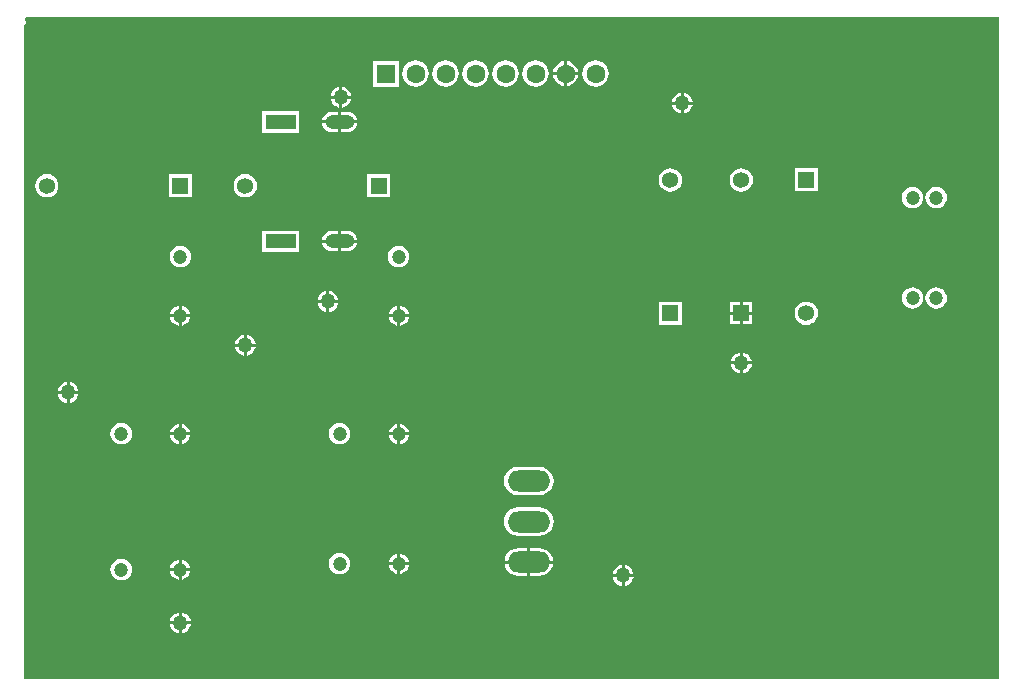
<source format=gbl>
G04*
G04 #@! TF.GenerationSoftware,Altium Limited,Altium Designer,20.2.5 (213)*
G04*
G04 Layer_Physical_Order=2*
G04 Layer_Color=16711680*
%FSLAX25Y25*%
%MOIN*%
G70*
G04*
G04 #@! TF.SameCoordinates,C82EAABF-E96C-4361-AD7C-52AFF524FF79*
G04*
G04*
G04 #@! TF.FilePolarity,Positive*
G04*
G01*
G75*
%ADD17C,0.05362*%
%ADD18R,0.05362X0.05362*%
%ADD23R,0.05362X0.05362*%
%ADD25R,0.09843X0.04724*%
%ADD26O,0.09843X0.04724*%
%ADD27R,0.06300X0.06300*%
%ADD28C,0.06300*%
%ADD29O,0.14173X0.07087*%
%ADD30C,0.04724*%
%ADD31C,0.05000*%
G36*
X387008Y85433D02*
X62205D01*
Y303543D01*
X62598Y303937D01*
X62268Y305918D01*
X62591Y306299D01*
X387008D01*
Y85433D01*
D02*
G37*
%LPC*%
G36*
X243098Y291522D02*
Y287902D01*
X246718D01*
X246642Y288485D01*
X246223Y289494D01*
X245558Y290361D01*
X244691Y291027D01*
X243682Y291445D01*
X243098Y291522D01*
D02*
G37*
G36*
X242098D02*
X241515Y291445D01*
X240506Y291027D01*
X239639Y290361D01*
X238973Y289494D01*
X238555Y288485D01*
X238478Y287902D01*
X242098D01*
Y291522D01*
D02*
G37*
G36*
X246718Y286902D02*
X243098D01*
Y283282D01*
X243682Y283358D01*
X244691Y283776D01*
X245558Y284442D01*
X246223Y285309D01*
X246642Y286318D01*
X246718Y286902D01*
D02*
G37*
G36*
X242098D02*
X238478D01*
X238555Y286318D01*
X238973Y285309D01*
X239639Y284442D01*
X240506Y283776D01*
X241515Y283358D01*
X242098Y283282D01*
Y286902D01*
D02*
G37*
G36*
X186930Y291733D02*
X178267D01*
Y283070D01*
X186930D01*
Y291733D01*
D02*
G37*
G36*
X252598Y291770D02*
X251468Y291621D01*
X250414Y291185D01*
X249510Y290491D01*
X248815Y289586D01*
X248379Y288532D01*
X248230Y287402D01*
X248379Y286271D01*
X248815Y285217D01*
X249510Y284313D01*
X250414Y283618D01*
X251468Y283182D01*
X252598Y283033D01*
X253729Y283182D01*
X254783Y283618D01*
X255687Y284313D01*
X256382Y285217D01*
X256818Y286271D01*
X256967Y287402D01*
X256818Y288532D01*
X256382Y289586D01*
X255687Y290491D01*
X254783Y291185D01*
X253729Y291621D01*
X252598Y291770D01*
D02*
G37*
G36*
X232598D02*
X231468Y291621D01*
X230414Y291185D01*
X229509Y290491D01*
X228815Y289586D01*
X228379Y288532D01*
X228230Y287402D01*
X228379Y286271D01*
X228815Y285217D01*
X229509Y284313D01*
X230414Y283618D01*
X231468Y283182D01*
X232598Y283033D01*
X233729Y283182D01*
X234783Y283618D01*
X235687Y284313D01*
X236382Y285217D01*
X236818Y286271D01*
X236967Y287402D01*
X236818Y288532D01*
X236382Y289586D01*
X235687Y290491D01*
X234783Y291185D01*
X233729Y291621D01*
X232598Y291770D01*
D02*
G37*
G36*
X222598D02*
X221468Y291621D01*
X220414Y291185D01*
X219510Y290491D01*
X218815Y289586D01*
X218379Y288532D01*
X218230Y287402D01*
X218379Y286271D01*
X218815Y285217D01*
X219510Y284313D01*
X220414Y283618D01*
X221468Y283182D01*
X222598Y283033D01*
X223729Y283182D01*
X224783Y283618D01*
X225687Y284313D01*
X226382Y285217D01*
X226818Y286271D01*
X226967Y287402D01*
X226818Y288532D01*
X226382Y289586D01*
X225687Y290491D01*
X224783Y291185D01*
X223729Y291621D01*
X222598Y291770D01*
D02*
G37*
G36*
X212598D02*
X211468Y291621D01*
X210414Y291185D01*
X209509Y290491D01*
X208815Y289586D01*
X208379Y288532D01*
X208230Y287402D01*
X208379Y286271D01*
X208815Y285217D01*
X209509Y284313D01*
X210414Y283618D01*
X211468Y283182D01*
X212598Y283033D01*
X213729Y283182D01*
X214783Y283618D01*
X215687Y284313D01*
X216382Y285217D01*
X216818Y286271D01*
X216967Y287402D01*
X216818Y288532D01*
X216382Y289586D01*
X215687Y290491D01*
X214783Y291185D01*
X213729Y291621D01*
X212598Y291770D01*
D02*
G37*
G36*
X202598D02*
X201468Y291621D01*
X200414Y291185D01*
X199510Y290491D01*
X198815Y289586D01*
X198379Y288532D01*
X198230Y287402D01*
X198379Y286271D01*
X198815Y285217D01*
X199510Y284313D01*
X200414Y283618D01*
X201468Y283182D01*
X202598Y283033D01*
X203729Y283182D01*
X204783Y283618D01*
X205687Y284313D01*
X206382Y285217D01*
X206818Y286271D01*
X206967Y287402D01*
X206818Y288532D01*
X206382Y289586D01*
X205687Y290491D01*
X204783Y291185D01*
X203729Y291621D01*
X202598Y291770D01*
D02*
G37*
G36*
X192598D02*
X191468Y291621D01*
X190414Y291185D01*
X189509Y290491D01*
X188815Y289586D01*
X188379Y288532D01*
X188230Y287402D01*
X188379Y286271D01*
X188815Y285217D01*
X189509Y284313D01*
X190414Y283618D01*
X191468Y283182D01*
X192598Y283033D01*
X193729Y283182D01*
X194783Y283618D01*
X195687Y284313D01*
X196382Y285217D01*
X196818Y286271D01*
X196967Y287402D01*
X196818Y288532D01*
X196382Y289586D01*
X195687Y290491D01*
X194783Y291185D01*
X193729Y291621D01*
X192598Y291770D01*
D02*
G37*
G36*
X168217Y282992D02*
Y280028D01*
X171181D01*
X171126Y280441D01*
X170774Y281293D01*
X170213Y282024D01*
X169482Y282585D01*
X168630Y282938D01*
X168217Y282992D01*
D02*
G37*
G36*
X167217D02*
X166803Y282938D01*
X165951Y282585D01*
X165220Y282024D01*
X164659Y281293D01*
X164307Y280441D01*
X164252Y280028D01*
X167217D01*
Y282992D01*
D02*
G37*
G36*
X281996Y281023D02*
Y278059D01*
X284960D01*
X284906Y278473D01*
X284553Y279324D01*
X283992Y280055D01*
X283261Y280616D01*
X282410Y280969D01*
X281996Y281023D01*
D02*
G37*
G36*
X280996D02*
X280582Y280969D01*
X279731Y280616D01*
X279000Y280055D01*
X278439Y279324D01*
X278086Y278473D01*
X278032Y278059D01*
X280996D01*
Y281023D01*
D02*
G37*
G36*
X171181Y279028D02*
X168217D01*
Y276063D01*
X168630Y276118D01*
X169482Y276470D01*
X170213Y277031D01*
X170774Y277763D01*
X171126Y278614D01*
X171181Y279028D01*
D02*
G37*
G36*
X167217D02*
X164252D01*
X164307Y278614D01*
X164659Y277763D01*
X165220Y277031D01*
X165951Y276470D01*
X166803Y276118D01*
X167217Y276063D01*
Y279028D01*
D02*
G37*
G36*
X284960Y277059D02*
X281996D01*
Y274095D01*
X282410Y274149D01*
X283261Y274502D01*
X283992Y275063D01*
X284553Y275794D01*
X284906Y276645D01*
X284960Y277059D01*
D02*
G37*
G36*
X280996D02*
X278032D01*
X278086Y276645D01*
X278439Y275794D01*
X279000Y275063D01*
X279731Y274502D01*
X280582Y274149D01*
X280996Y274095D01*
Y277059D01*
D02*
G37*
G36*
X169882Y274651D02*
X167823D01*
Y271760D01*
X173207D01*
X173158Y272138D01*
X172819Y272955D01*
X172280Y273658D01*
X171578Y274197D01*
X170760Y274535D01*
X169882Y274651D01*
D02*
G37*
G36*
X166823D02*
X164764D01*
X163886Y274535D01*
X163068Y274197D01*
X162366Y273658D01*
X161827Y272955D01*
X161488Y272138D01*
X161438Y271760D01*
X166823D01*
Y274651D01*
D02*
G37*
G36*
X173207Y270760D02*
X167823D01*
Y267869D01*
X169882D01*
X170760Y267984D01*
X171578Y268323D01*
X172280Y268862D01*
X172819Y269564D01*
X173158Y270382D01*
X173207Y270760D01*
D02*
G37*
G36*
X166823D02*
X161438D01*
X161488Y270382D01*
X161827Y269564D01*
X162366Y268862D01*
X163068Y268323D01*
X163886Y267984D01*
X164764Y267869D01*
X166823D01*
Y270760D01*
D02*
G37*
G36*
X147638Y274834D02*
X147406Y274803D01*
X141535D01*
Y267717D01*
X147406D01*
X147638Y267686D01*
X147870Y267717D01*
X153740D01*
Y274803D01*
X147870D01*
X147638Y274834D01*
D02*
G37*
G36*
X326697Y255831D02*
X318972D01*
Y248106D01*
X326697D01*
Y255831D01*
D02*
G37*
G36*
X301181Y255864D02*
X300173Y255731D01*
X299233Y255342D01*
X298427Y254723D01*
X297808Y253916D01*
X297418Y252977D01*
X297286Y251969D01*
X297418Y250960D01*
X297808Y250021D01*
X298427Y249214D01*
X299233Y248595D01*
X300173Y248206D01*
X301181Y248073D01*
X302189Y248206D01*
X303129Y248595D01*
X303936Y249214D01*
X304555Y250021D01*
X304944Y250960D01*
X305077Y251969D01*
X304944Y252977D01*
X304555Y253916D01*
X303936Y254723D01*
X303129Y255342D01*
X302189Y255731D01*
X301181Y255864D01*
D02*
G37*
G36*
X277559D02*
X276551Y255731D01*
X275611Y255342D01*
X274804Y254723D01*
X274185Y253916D01*
X273796Y252977D01*
X273663Y251969D01*
X273796Y250960D01*
X274185Y250021D01*
X274804Y249214D01*
X275611Y248595D01*
X276551Y248206D01*
X277559Y248073D01*
X278567Y248206D01*
X279507Y248595D01*
X280314Y249214D01*
X280933Y250021D01*
X281322Y250960D01*
X281455Y251969D01*
X281322Y252977D01*
X280933Y253916D01*
X280314Y254723D01*
X279507Y255342D01*
X278567Y255731D01*
X277559Y255864D01*
D02*
G37*
G36*
X184177Y253862D02*
X176453D01*
Y246138D01*
X184177D01*
Y253862D01*
D02*
G37*
G36*
X118035D02*
X110311D01*
Y246138D01*
X118035D01*
Y253862D01*
D02*
G37*
G36*
X135827Y253895D02*
X134818Y253763D01*
X133879Y253374D01*
X133072Y252755D01*
X132453Y251948D01*
X132064Y251008D01*
X131931Y250000D01*
X132064Y248992D01*
X132453Y248052D01*
X133072Y247245D01*
X133879Y246626D01*
X134818Y246237D01*
X135827Y246105D01*
X136835Y246237D01*
X137775Y246626D01*
X138581Y247245D01*
X139200Y248052D01*
X139590Y248992D01*
X139722Y250000D01*
X139590Y251008D01*
X139200Y251948D01*
X138581Y252755D01*
X137775Y253374D01*
X136835Y253763D01*
X135827Y253895D01*
D02*
G37*
G36*
X69685D02*
X68677Y253763D01*
X67737Y253374D01*
X66931Y252755D01*
X66311Y251948D01*
X65922Y251008D01*
X65790Y250000D01*
X65922Y248992D01*
X66311Y248052D01*
X66931Y247245D01*
X67737Y246626D01*
X68677Y246237D01*
X69685Y246105D01*
X70693Y246237D01*
X71633Y246626D01*
X72440Y247245D01*
X73059Y248052D01*
X73448Y248992D01*
X73581Y250000D01*
X73448Y251008D01*
X73059Y251948D01*
X72440Y252755D01*
X71633Y253374D01*
X70693Y253763D01*
X69685Y253895D01*
D02*
G37*
G36*
X366142Y249637D02*
X365217Y249515D01*
X364355Y249158D01*
X363615Y248590D01*
X363047Y247850D01*
X362690Y246988D01*
X362568Y246063D01*
X362690Y245138D01*
X363047Y244276D01*
X363615Y243536D01*
X364355Y242968D01*
X365217Y242611D01*
X366142Y242489D01*
X367067Y242611D01*
X367929Y242968D01*
X368669Y243536D01*
X369237Y244276D01*
X369594Y245138D01*
X369716Y246063D01*
X369594Y246988D01*
X369237Y247850D01*
X368669Y248590D01*
X367929Y249158D01*
X367067Y249515D01*
X366142Y249637D01*
D02*
G37*
G36*
X358268D02*
X357343Y249515D01*
X356481Y249158D01*
X355741Y248590D01*
X355173Y247850D01*
X354816Y246988D01*
X354694Y246063D01*
X354816Y245138D01*
X355173Y244276D01*
X355741Y243536D01*
X356481Y242968D01*
X357343Y242611D01*
X358268Y242489D01*
X359193Y242611D01*
X360055Y242968D01*
X360795Y243536D01*
X361363Y244276D01*
X361720Y245138D01*
X361842Y246063D01*
X361720Y246988D01*
X361363Y247850D01*
X360795Y248590D01*
X360055Y249158D01*
X359193Y249515D01*
X358268Y249637D01*
D02*
G37*
G36*
X169882Y234887D02*
X167823D01*
Y231996D01*
X173207D01*
X173158Y232374D01*
X172819Y233192D01*
X172280Y233894D01*
X171578Y234433D01*
X170760Y234772D01*
X169882Y234887D01*
D02*
G37*
G36*
X166823D02*
X164764D01*
X163886Y234772D01*
X163068Y234433D01*
X162366Y233894D01*
X161827Y233192D01*
X161488Y232374D01*
X161438Y231996D01*
X166823D01*
Y234887D01*
D02*
G37*
G36*
X173207Y230996D02*
X167823D01*
Y228105D01*
X169882D01*
X170760Y228220D01*
X171578Y228559D01*
X172280Y229098D01*
X172819Y229801D01*
X173158Y230618D01*
X173207Y230996D01*
D02*
G37*
G36*
X166823D02*
X161438D01*
X161488Y230618D01*
X161827Y229801D01*
X162366Y229098D01*
X163068Y228559D01*
X163886Y228220D01*
X164764Y228105D01*
X166823D01*
Y230996D01*
D02*
G37*
G36*
X147638Y235070D02*
X147406Y235039D01*
X141535D01*
Y227953D01*
X147406D01*
X147638Y227922D01*
X147870Y227953D01*
X153740D01*
Y235039D01*
X147870D01*
X147638Y235070D01*
D02*
G37*
G36*
X187008Y229952D02*
X186083Y229830D01*
X185221Y229473D01*
X184481Y228905D01*
X183913Y228165D01*
X183556Y227303D01*
X183434Y226378D01*
X183556Y225453D01*
X183913Y224591D01*
X184481Y223851D01*
X185221Y223283D01*
X186083Y222926D01*
X187008Y222804D01*
X187933Y222926D01*
X188795Y223283D01*
X189535Y223851D01*
X190103Y224591D01*
X190460Y225453D01*
X190582Y226378D01*
X190460Y227303D01*
X190103Y228165D01*
X189535Y228905D01*
X188795Y229473D01*
X187933Y229830D01*
X187008Y229952D01*
D02*
G37*
G36*
X114173D02*
X113248Y229830D01*
X112386Y229473D01*
X111646Y228905D01*
X111078Y228165D01*
X110721Y227303D01*
X110599Y226378D01*
X110721Y225453D01*
X111078Y224591D01*
X111646Y223851D01*
X112386Y223283D01*
X113248Y222926D01*
X114173Y222804D01*
X115098Y222926D01*
X115960Y223283D01*
X116700Y223851D01*
X117268Y224591D01*
X117625Y225453D01*
X117747Y226378D01*
X117625Y227303D01*
X117268Y228165D01*
X116700Y228905D01*
X115960Y229473D01*
X115098Y229830D01*
X114173Y229952D01*
D02*
G37*
G36*
X163886Y214882D02*
Y211917D01*
X166850D01*
X166796Y212331D01*
X166443Y213182D01*
X165882Y213913D01*
X165151Y214475D01*
X164299Y214827D01*
X163886Y214882D01*
D02*
G37*
G36*
X162886D02*
X162472Y214827D01*
X161621Y214475D01*
X160890Y213913D01*
X160329Y213182D01*
X159976Y212331D01*
X159922Y211917D01*
X162886D01*
Y214882D01*
D02*
G37*
G36*
X366142Y216172D02*
X365217Y216051D01*
X364355Y215693D01*
X363615Y215125D01*
X363047Y214385D01*
X362690Y213523D01*
X362568Y212598D01*
X362690Y211673D01*
X363047Y210811D01*
X363615Y210071D01*
X364355Y209503D01*
X365217Y209146D01*
X366142Y209025D01*
X367067Y209146D01*
X367929Y209503D01*
X368669Y210071D01*
X369237Y210811D01*
X369594Y211673D01*
X369716Y212598D01*
X369594Y213523D01*
X369237Y214385D01*
X368669Y215125D01*
X367929Y215693D01*
X367067Y216051D01*
X366142Y216172D01*
D02*
G37*
G36*
X358268D02*
X357343Y216051D01*
X356481Y215693D01*
X355741Y215125D01*
X355173Y214385D01*
X354816Y213523D01*
X354694Y212598D01*
X354816Y211673D01*
X355173Y210811D01*
X355741Y210071D01*
X356481Y209503D01*
X357343Y209146D01*
X358268Y209025D01*
X359193Y209146D01*
X360055Y209503D01*
X360795Y210071D01*
X361363Y210811D01*
X361720Y211673D01*
X361842Y212598D01*
X361720Y213523D01*
X361363Y214385D01*
X360795Y215125D01*
X360055Y215693D01*
X359193Y216051D01*
X358268Y216172D01*
D02*
G37*
G36*
X304862Y211161D02*
X301681D01*
Y207980D01*
X304862D01*
Y211161D01*
D02*
G37*
G36*
X300681D02*
X297500D01*
Y207980D01*
X300681D01*
Y211161D01*
D02*
G37*
G36*
X166850Y210917D02*
X163886D01*
Y207953D01*
X164299Y208007D01*
X165151Y208360D01*
X165882Y208921D01*
X166443Y209652D01*
X166796Y210504D01*
X166850Y210917D01*
D02*
G37*
G36*
X162886D02*
X159922D01*
X159976Y210504D01*
X160329Y209652D01*
X160890Y208921D01*
X161621Y208360D01*
X162472Y208007D01*
X162886Y207953D01*
Y210917D01*
D02*
G37*
G36*
X187508Y210018D02*
Y207193D01*
X190333D01*
X190284Y207571D01*
X189945Y208388D01*
X189406Y209091D01*
X188704Y209630D01*
X187886Y209969D01*
X187508Y210018D01*
D02*
G37*
G36*
X186508D02*
X186130Y209969D01*
X185312Y209630D01*
X184610Y209091D01*
X184071Y208388D01*
X183732Y207571D01*
X183683Y207193D01*
X186508D01*
Y210018D01*
D02*
G37*
G36*
X114673Y210018D02*
Y207193D01*
X117499D01*
X117449Y207571D01*
X117110Y208388D01*
X116571Y209091D01*
X115869Y209630D01*
X115051Y209969D01*
X114673Y210018D01*
D02*
G37*
G36*
X113673Y210018D02*
X113295Y209969D01*
X112478Y209630D01*
X111775Y209091D01*
X111236Y208388D01*
X110898Y207571D01*
X110848Y207193D01*
X113673D01*
Y210018D01*
D02*
G37*
G36*
X304862Y206980D02*
X301681D01*
Y203799D01*
X304862D01*
Y206980D01*
D02*
G37*
G36*
X300681D02*
X297500D01*
Y203799D01*
X300681D01*
Y206980D01*
D02*
G37*
G36*
X281421Y211343D02*
X273697D01*
Y203618D01*
X281421D01*
Y211343D01*
D02*
G37*
G36*
X322835Y211376D02*
X321826Y211243D01*
X320887Y210854D01*
X320080Y210235D01*
X319461Y209428D01*
X319072Y208489D01*
X318939Y207480D01*
X319072Y206472D01*
X319461Y205533D01*
X320080Y204726D01*
X320887Y204107D01*
X321826Y203717D01*
X322835Y203585D01*
X323843Y203717D01*
X324782Y204107D01*
X325589Y204726D01*
X326208Y205533D01*
X326597Y206472D01*
X326730Y207480D01*
X326597Y208489D01*
X326208Y209428D01*
X325589Y210235D01*
X324782Y210854D01*
X323843Y211243D01*
X322835Y211376D01*
D02*
G37*
G36*
X117499Y206193D02*
X114673D01*
Y203367D01*
X115051Y203417D01*
X115869Y203756D01*
X116571Y204295D01*
X117110Y204997D01*
X117449Y205815D01*
X117499Y206193D01*
D02*
G37*
G36*
X190333Y206193D02*
X187508D01*
Y203367D01*
X187886Y203417D01*
X188704Y203756D01*
X189406Y204295D01*
X189945Y204997D01*
X190284Y205815D01*
X190333Y206193D01*
D02*
G37*
G36*
X186508D02*
X183683D01*
X183732Y205815D01*
X184071Y204997D01*
X184610Y204295D01*
X185312Y203756D01*
X186130Y203417D01*
X186508Y203367D01*
Y206193D01*
D02*
G37*
G36*
X113673Y206193D02*
X110848D01*
X110898Y205815D01*
X111236Y204997D01*
X111775Y204295D01*
X112478Y203756D01*
X113295Y203417D01*
X113673Y203367D01*
Y206193D01*
D02*
G37*
G36*
X136327Y200315D02*
Y197350D01*
X139291D01*
X139237Y197764D01*
X138884Y198616D01*
X138323Y199347D01*
X137592Y199908D01*
X136741Y200260D01*
X136327Y200315D01*
D02*
G37*
G36*
X135327D02*
X134913Y200260D01*
X134062Y199908D01*
X133331Y199347D01*
X132770Y198616D01*
X132417Y197764D01*
X132362Y197350D01*
X135327D01*
Y200315D01*
D02*
G37*
G36*
X139291Y196350D02*
X136327D01*
Y193386D01*
X136741Y193440D01*
X137592Y193793D01*
X138323Y194354D01*
X138884Y195085D01*
X139237Y195937D01*
X139291Y196350D01*
D02*
G37*
G36*
X135327D02*
X132362D01*
X132417Y195937D01*
X132770Y195085D01*
X133331Y194354D01*
X134062Y193793D01*
X134913Y193440D01*
X135327Y193386D01*
Y196350D01*
D02*
G37*
G36*
X301681Y194409D02*
Y191445D01*
X304645D01*
X304591Y191859D01*
X304238Y192710D01*
X303677Y193441D01*
X302946Y194002D01*
X302095Y194355D01*
X301681Y194409D01*
D02*
G37*
G36*
X300681D02*
X300267Y194355D01*
X299416Y194002D01*
X298685Y193441D01*
X298124Y192710D01*
X297771Y191859D01*
X297717Y191445D01*
X300681D01*
Y194409D01*
D02*
G37*
G36*
X304645Y190445D02*
X301681D01*
Y187480D01*
X302095Y187535D01*
X302946Y187888D01*
X303677Y188449D01*
X304238Y189180D01*
X304591Y190031D01*
X304645Y190445D01*
D02*
G37*
G36*
X300681D02*
X297717D01*
X297771Y190031D01*
X298124Y189180D01*
X298685Y188449D01*
X299416Y187888D01*
X300267Y187535D01*
X300681Y187480D01*
Y190445D01*
D02*
G37*
G36*
X77272Y184567D02*
Y181602D01*
X80236D01*
X80182Y182016D01*
X79829Y182868D01*
X79268Y183599D01*
X78537Y184160D01*
X77685Y184512D01*
X77272Y184567D01*
D02*
G37*
G36*
X76272D02*
X75858Y184512D01*
X75007Y184160D01*
X74275Y183599D01*
X73714Y182868D01*
X73362Y182016D01*
X73307Y181602D01*
X76272D01*
Y184567D01*
D02*
G37*
G36*
X80236Y180602D02*
X77272D01*
Y177638D01*
X77685Y177692D01*
X78537Y178045D01*
X79268Y178606D01*
X79829Y179337D01*
X80182Y180189D01*
X80236Y180602D01*
D02*
G37*
G36*
X76272D02*
X73307D01*
X73362Y180189D01*
X73714Y179337D01*
X74275Y178606D01*
X75007Y178045D01*
X75858Y177692D01*
X76272Y177638D01*
Y180602D01*
D02*
G37*
G36*
X114673Y170648D02*
Y167823D01*
X117499D01*
X117449Y168201D01*
X117110Y169018D01*
X116571Y169721D01*
X115869Y170260D01*
X115051Y170598D01*
X114673Y170648D01*
D02*
G37*
G36*
X113673D02*
X113295Y170598D01*
X112478Y170260D01*
X111775Y169721D01*
X111236Y169018D01*
X110898Y168201D01*
X110848Y167823D01*
X113673D01*
Y170648D01*
D02*
G37*
G36*
X187508D02*
Y167823D01*
X190333D01*
X190284Y168201D01*
X189945Y169018D01*
X189406Y169721D01*
X188704Y170260D01*
X187886Y170598D01*
X187508Y170648D01*
D02*
G37*
G36*
X186508D02*
X186130Y170598D01*
X185312Y170260D01*
X184610Y169721D01*
X184071Y169018D01*
X183732Y168201D01*
X183683Y167823D01*
X186508D01*
Y170648D01*
D02*
G37*
G36*
X117499Y166823D02*
X114673D01*
Y163997D01*
X115051Y164047D01*
X115869Y164386D01*
X116571Y164925D01*
X117110Y165627D01*
X117449Y166445D01*
X117499Y166823D01*
D02*
G37*
G36*
X190333Y166823D02*
X187508D01*
Y163997D01*
X187886Y164047D01*
X188704Y164386D01*
X189406Y164925D01*
X189945Y165627D01*
X190284Y166445D01*
X190333Y166823D01*
D02*
G37*
G36*
X186508D02*
X183683D01*
X183732Y166445D01*
X184071Y165627D01*
X184610Y164925D01*
X185312Y164386D01*
X186130Y164047D01*
X186508Y163997D01*
Y166823D01*
D02*
G37*
G36*
X113673Y166823D02*
X110848D01*
X110898Y166445D01*
X111236Y165627D01*
X111775Y164925D01*
X112478Y164386D01*
X113295Y164047D01*
X113673Y163997D01*
Y166823D01*
D02*
G37*
G36*
X167323Y170897D02*
X166398Y170775D01*
X165536Y170418D01*
X164796Y169850D01*
X164228Y169110D01*
X163871Y168248D01*
X163749Y167323D01*
X163871Y166398D01*
X164228Y165536D01*
X164796Y164796D01*
X165536Y164228D01*
X166398Y163871D01*
X167323Y163749D01*
X168248Y163871D01*
X169110Y164228D01*
X169850Y164796D01*
X170418Y165536D01*
X170775Y166398D01*
X170897Y167323D01*
X170775Y168248D01*
X170418Y169110D01*
X169850Y169850D01*
X169110Y170418D01*
X168248Y170775D01*
X167323Y170897D01*
D02*
G37*
G36*
X94488D02*
X93563Y170775D01*
X92701Y170418D01*
X91961Y169850D01*
X91393Y169110D01*
X91036Y168248D01*
X90914Y167323D01*
X91036Y166398D01*
X91393Y165536D01*
X91961Y164796D01*
X92701Y164228D01*
X93563Y163871D01*
X94488Y163749D01*
X95413Y163871D01*
X96275Y164228D01*
X97015Y164796D01*
X97583Y165536D01*
X97940Y166398D01*
X98062Y167323D01*
X97940Y168248D01*
X97583Y169110D01*
X97015Y169850D01*
X96275Y170418D01*
X95413Y170775D01*
X94488Y170897D01*
D02*
G37*
G36*
X233858Y156340D02*
X226772D01*
X225538Y156178D01*
X224389Y155702D01*
X223402Y154944D01*
X222645Y153957D01*
X222169Y152808D01*
X222007Y151575D01*
X222169Y150341D01*
X222645Y149192D01*
X223402Y148205D01*
X224389Y147448D01*
X225538Y146972D01*
X226772Y146810D01*
X233858D01*
X235092Y146972D01*
X236241Y147448D01*
X237228Y148205D01*
X237985Y149192D01*
X238461Y150341D01*
X238623Y151575D01*
X238461Y152808D01*
X237985Y153957D01*
X237228Y154944D01*
X236241Y155702D01*
X235092Y156178D01*
X233858Y156340D01*
D02*
G37*
G36*
Y142840D02*
X226772D01*
X225538Y142678D01*
X224389Y142202D01*
X223402Y141444D01*
X222645Y140457D01*
X222169Y139308D01*
X222007Y138075D01*
X222169Y136841D01*
X222645Y135692D01*
X223402Y134705D01*
X224389Y133948D01*
X225538Y133472D01*
X226772Y133310D01*
X233858D01*
X235092Y133472D01*
X236241Y133948D01*
X237228Y134705D01*
X237985Y135692D01*
X238461Y136841D01*
X238623Y138075D01*
X238461Y139308D01*
X237985Y140457D01*
X237228Y141444D01*
X236241Y142202D01*
X235092Y142678D01*
X233858Y142840D01*
D02*
G37*
G36*
Y129157D02*
X230815D01*
Y125075D01*
X238375D01*
X238285Y125761D01*
X237827Y126866D01*
X237099Y127815D01*
X236150Y128543D01*
X235044Y129001D01*
X233858Y129157D01*
D02*
G37*
G36*
X229815D02*
X226772D01*
X225586Y129001D01*
X224480Y128543D01*
X223531Y127815D01*
X222803Y126866D01*
X222345Y125761D01*
X222255Y125075D01*
X229815D01*
Y129157D01*
D02*
G37*
G36*
X187508Y127341D02*
Y124516D01*
X190333D01*
X190284Y124893D01*
X189945Y125711D01*
X189406Y126414D01*
X188704Y126953D01*
X187886Y127291D01*
X187508Y127341D01*
D02*
G37*
G36*
X186508Y127341D02*
X186130Y127291D01*
X185312Y126953D01*
X184610Y126414D01*
X184071Y125711D01*
X183732Y124893D01*
X183683Y124516D01*
X186508D01*
Y127341D01*
D02*
G37*
G36*
X114673Y125373D02*
Y122547D01*
X117499D01*
X117449Y122925D01*
X117110Y123743D01*
X116571Y124445D01*
X115869Y124984D01*
X115051Y125323D01*
X114673Y125373D01*
D02*
G37*
G36*
X113673D02*
X113295Y125323D01*
X112478Y124984D01*
X111775Y124445D01*
X111236Y123743D01*
X110898Y122925D01*
X110848Y122547D01*
X113673D01*
Y125373D01*
D02*
G37*
G36*
X186508Y123516D02*
X183683D01*
X183732Y123138D01*
X184071Y122320D01*
X184610Y121618D01*
X185312Y121079D01*
X186130Y120740D01*
X186508Y120690D01*
Y123516D01*
D02*
G37*
G36*
X190333D02*
X187508D01*
Y120690D01*
X187886Y120740D01*
X188704Y121079D01*
X189406Y121618D01*
X189945Y122320D01*
X190284Y123138D01*
X190333Y123516D01*
D02*
G37*
G36*
X262311Y123543D02*
Y120579D01*
X265275D01*
X265221Y120992D01*
X264868Y121844D01*
X264307Y122575D01*
X263576Y123136D01*
X262725Y123489D01*
X262311Y123543D01*
D02*
G37*
G36*
X261311D02*
X260897Y123489D01*
X260046Y123136D01*
X259315Y122575D01*
X258754Y121844D01*
X258401Y120992D01*
X258347Y120579D01*
X261311D01*
Y123543D01*
D02*
G37*
G36*
X167323Y127590D02*
X166398Y127468D01*
X165536Y127111D01*
X164796Y126543D01*
X164228Y125803D01*
X163871Y124941D01*
X163749Y124016D01*
X163871Y123091D01*
X164228Y122229D01*
X164796Y121489D01*
X165536Y120921D01*
X166398Y120564D01*
X167323Y120442D01*
X168248Y120564D01*
X169110Y120921D01*
X169850Y121489D01*
X170418Y122229D01*
X170775Y123091D01*
X170897Y124016D01*
X170775Y124941D01*
X170418Y125803D01*
X169850Y126543D01*
X169110Y127111D01*
X168248Y127468D01*
X167323Y127590D01*
D02*
G37*
G36*
X238375Y124075D02*
X230815D01*
Y119992D01*
X233858D01*
X235044Y120148D01*
X236150Y120606D01*
X237099Y121335D01*
X237827Y122283D01*
X238285Y123389D01*
X238375Y124075D01*
D02*
G37*
G36*
X229815D02*
X222255D01*
X222345Y123389D01*
X222803Y122283D01*
X223531Y121335D01*
X224480Y120606D01*
X225586Y120148D01*
X226772Y119992D01*
X229815D01*
Y124075D01*
D02*
G37*
G36*
X117499Y121547D02*
X114673D01*
Y118722D01*
X115051Y118772D01*
X115869Y119110D01*
X116571Y119649D01*
X117110Y120352D01*
X117449Y121169D01*
X117499Y121547D01*
D02*
G37*
G36*
X113673D02*
X110848D01*
X110898Y121169D01*
X111236Y120352D01*
X111775Y119649D01*
X112478Y119110D01*
X113295Y118772D01*
X113673Y118722D01*
Y121547D01*
D02*
G37*
G36*
X94488Y125621D02*
X93563Y125499D01*
X92701Y125142D01*
X91961Y124574D01*
X91393Y123834D01*
X91036Y122972D01*
X90914Y122047D01*
X91036Y121122D01*
X91393Y120260D01*
X91961Y119520D01*
X92701Y118952D01*
X93563Y118595D01*
X94488Y118473D01*
X95413Y118595D01*
X96275Y118952D01*
X97015Y119520D01*
X97583Y120260D01*
X97940Y121122D01*
X98062Y122047D01*
X97940Y122972D01*
X97583Y123834D01*
X97015Y124574D01*
X96275Y125142D01*
X95413Y125499D01*
X94488Y125621D01*
D02*
G37*
G36*
X265275Y119579D02*
X262311D01*
Y116614D01*
X262725Y116669D01*
X263576Y117022D01*
X264307Y117582D01*
X264868Y118314D01*
X265221Y119165D01*
X265275Y119579D01*
D02*
G37*
G36*
X261311D02*
X258347D01*
X258401Y119165D01*
X258754Y118314D01*
X259315Y117582D01*
X260046Y117022D01*
X260897Y116669D01*
X261311Y116614D01*
Y119579D01*
D02*
G37*
G36*
X114673Y107795D02*
Y104831D01*
X117638D01*
X117583Y105244D01*
X117230Y106096D01*
X116669Y106827D01*
X115938Y107388D01*
X115087Y107741D01*
X114673Y107795D01*
D02*
G37*
G36*
X113673D02*
X113259Y107741D01*
X112408Y107388D01*
X111677Y106827D01*
X111116Y106096D01*
X110763Y105244D01*
X110709Y104831D01*
X113673D01*
Y107795D01*
D02*
G37*
G36*
X117638Y103831D02*
X114673D01*
Y100866D01*
X115087Y100921D01*
X115938Y101274D01*
X116669Y101834D01*
X117230Y102566D01*
X117583Y103417D01*
X117638Y103831D01*
D02*
G37*
G36*
X113673D02*
X110709D01*
X110763Y103417D01*
X111116Y102566D01*
X111677Y101834D01*
X112408Y101274D01*
X113259Y100921D01*
X113673Y100866D01*
Y103831D01*
D02*
G37*
%LPD*%
D17*
X135827Y250000D02*
D03*
X69685D02*
D03*
X322835Y207480D02*
D03*
X277559Y251969D02*
D03*
X301181D02*
D03*
D18*
X180315Y250000D02*
D03*
X114173D02*
D03*
D23*
X322835Y251969D02*
D03*
X277559Y207480D02*
D03*
X301181D02*
D03*
D25*
X147638Y231496D02*
D03*
Y271260D02*
D03*
D26*
X167323Y231496D02*
D03*
Y271260D02*
D03*
D27*
X182598Y287402D02*
D03*
D28*
X192598D02*
D03*
X202598D02*
D03*
X212598D02*
D03*
X222598D02*
D03*
X232598D02*
D03*
X242598D02*
D03*
X252598D02*
D03*
D29*
X230315Y151575D02*
D03*
Y138075D02*
D03*
Y124575D02*
D03*
D30*
X358268Y246063D02*
D03*
X366142D02*
D03*
X187008Y124016D02*
D03*
X167323D02*
D03*
Y167323D02*
D03*
X187008D02*
D03*
X187008Y206693D02*
D03*
Y226378D02*
D03*
X114173Y206693D02*
D03*
Y226378D02*
D03*
Y167323D02*
D03*
X94488D02*
D03*
X114173Y122047D02*
D03*
X94488D02*
D03*
X358268Y212598D02*
D03*
X366142D02*
D03*
D31*
X167717Y279528D02*
D03*
X163386Y211417D02*
D03*
X281496Y277559D02*
D03*
X261811Y120079D02*
D03*
X135827Y196850D02*
D03*
X301181Y190945D02*
D03*
X76772Y181102D02*
D03*
X114173Y104331D02*
D03*
M02*

</source>
